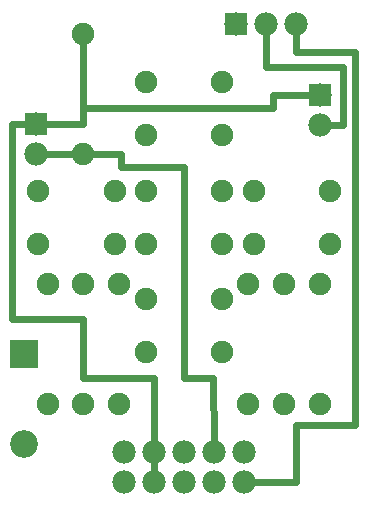
<source format=gbl>
G04 MADE WITH FRITZING*
G04 WWW.FRITZING.ORG*
G04 DOUBLE SIDED*
G04 HOLES PLATED*
G04 CONTOUR ON CENTER OF CONTOUR VECTOR*
%ASAXBY*%
%FSLAX23Y23*%
%MOIN*%
%OFA0B0*%
%SFA1.0B1.0*%
%ADD10C,0.078000*%
%ADD11C,0.075000*%
%ADD12C,0.092000*%
%ADD13R,0.078000X0.078000*%
%ADD14R,0.092000X0.092000*%
%ADD15C,0.024000*%
%LNCOPPER0*%
G90*
G70*
G54D10*
X118Y1281D03*
X118Y1181D03*
G54D11*
X275Y1181D03*
X275Y1581D03*
G54D10*
X784Y1614D03*
X884Y1614D03*
X984Y1614D03*
X1063Y1378D03*
X1063Y1278D03*
X411Y86D03*
X511Y86D03*
X611Y86D03*
X711Y86D03*
X811Y86D03*
X411Y86D03*
X511Y86D03*
X611Y86D03*
X711Y86D03*
X811Y86D03*
X811Y186D03*
X711Y186D03*
X611Y186D03*
X511Y186D03*
X411Y186D03*
G54D11*
X483Y1420D03*
X739Y1420D03*
X483Y1242D03*
X739Y1242D03*
X380Y880D03*
X124Y880D03*
X380Y1057D03*
X124Y1057D03*
X483Y698D03*
X739Y698D03*
X483Y521D03*
X739Y521D03*
X1099Y881D03*
X843Y881D03*
X1099Y1058D03*
X843Y1058D03*
X739Y881D03*
X483Y881D03*
X739Y1058D03*
X483Y1058D03*
X157Y748D03*
X157Y348D03*
X275Y748D03*
X275Y348D03*
X1063Y748D03*
X1063Y348D03*
X945Y748D03*
X945Y348D03*
X826Y748D03*
X826Y348D03*
X393Y748D03*
X393Y348D03*
G54D12*
X78Y512D03*
X78Y212D03*
G54D13*
X118Y1281D03*
X784Y1614D03*
X1063Y1378D03*
G54D14*
X78Y512D03*
G54D15*
X275Y1333D02*
X275Y1552D01*
D02*
X907Y1333D02*
X275Y1333D01*
D02*
X907Y1378D02*
X907Y1333D01*
D02*
X1033Y1378D02*
X907Y1378D01*
D02*
X402Y1181D02*
X304Y1181D01*
D02*
X402Y1137D02*
X402Y1181D01*
D02*
X612Y1137D02*
X402Y1137D01*
D02*
X708Y432D02*
X612Y432D01*
D02*
X612Y432D02*
X612Y1137D01*
D02*
X711Y216D02*
X708Y432D01*
D02*
X276Y1281D02*
X148Y1281D01*
D02*
X275Y1552D02*
X276Y1281D01*
D02*
X247Y1181D02*
X148Y1181D01*
D02*
X39Y1281D02*
X39Y630D01*
D02*
X39Y630D02*
X276Y630D01*
D02*
X276Y630D02*
X276Y432D01*
D02*
X276Y432D02*
X510Y432D01*
D02*
X510Y432D02*
X511Y216D01*
D02*
X88Y1281D02*
X39Y1281D01*
D02*
X511Y116D02*
X511Y156D01*
D02*
X1141Y1278D02*
X1093Y1278D01*
D02*
X1141Y1471D02*
X1141Y1278D01*
D02*
X884Y1471D02*
X1141Y1471D01*
D02*
X884Y1584D02*
X884Y1471D01*
D02*
X984Y1519D02*
X984Y1584D01*
D02*
X1180Y1519D02*
X984Y1519D01*
D02*
X1180Y276D02*
X1180Y1519D01*
D02*
X984Y276D02*
X1180Y276D01*
D02*
X984Y86D02*
X984Y276D01*
D02*
X841Y86D02*
X984Y86D01*
G04 End of Copper0*
M02*
</source>
